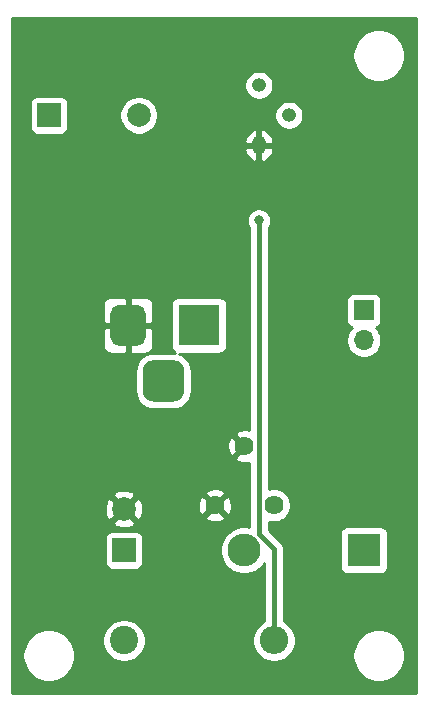
<source format=gbr>
%TF.GenerationSoftware,KiCad,Pcbnew,(5.1.9)-1*%
%TF.CreationDate,2021-02-15T18:03:07+09:00*%
%TF.ProjectId,test3_testProject,74657374-335f-4746-9573-7450726f6a65,rev?*%
%TF.SameCoordinates,Original*%
%TF.FileFunction,Copper,L1,Top*%
%TF.FilePolarity,Positive*%
%FSLAX46Y46*%
G04 Gerber Fmt 4.6, Leading zero omitted, Abs format (unit mm)*
G04 Created by KiCad (PCBNEW (5.1.9)-1) date 2021-02-15 18:03:07*
%MOMM*%
%LPD*%
G01*
G04 APERTURE LIST*
%TA.AperFunction,ComponentPad*%
%ADD10R,2.000000X2.000000*%
%TD*%
%TA.AperFunction,ComponentPad*%
%ADD11C,2.000000*%
%TD*%
%TA.AperFunction,ComponentPad*%
%ADD12R,2.800000X2.800000*%
%TD*%
%TA.AperFunction,ComponentPad*%
%ADD13O,2.800000X2.800000*%
%TD*%
%TA.AperFunction,ComponentPad*%
%ADD14R,3.500000X3.500000*%
%TD*%
%TA.AperFunction,ComponentPad*%
%ADD15O,1.200000X1.600000*%
%TD*%
%TA.AperFunction,ComponentPad*%
%ADD16O,1.200000X1.200000*%
%TD*%
%TA.AperFunction,ComponentPad*%
%ADD17C,2.400000*%
%TD*%
%TA.AperFunction,ComponentPad*%
%ADD18O,2.400000X2.400000*%
%TD*%
%TA.AperFunction,ComponentPad*%
%ADD19C,1.620000*%
%TD*%
%TA.AperFunction,ComponentPad*%
%ADD20R,1.700000X1.700000*%
%TD*%
%TA.AperFunction,ComponentPad*%
%ADD21O,1.700000X1.700000*%
%TD*%
%TA.AperFunction,ViaPad*%
%ADD22C,0.800000*%
%TD*%
%TA.AperFunction,Conductor*%
%ADD23C,0.400000*%
%TD*%
%TA.AperFunction,Conductor*%
%ADD24C,0.254000*%
%TD*%
%TA.AperFunction,Conductor*%
%ADD25C,0.100000*%
%TD*%
G04 APERTURE END LIST*
D10*
%TO.P,BZ1,1*%
%TO.N,Net-(BZ1-Pad1)*%
X127000000Y-41910000D03*
D11*
%TO.P,BZ1,2*%
%TO.N,Net-(BZ1-Pad2)*%
X134600000Y-41910000D03*
%TD*%
D10*
%TO.P,C1,1*%
%TO.N,Net-(C1-Pad1)*%
X133350000Y-78740000D03*
D11*
%TO.P,C1,2*%
%TO.N,Net-(C1-Pad2)*%
X133350000Y-75240000D03*
%TD*%
D12*
%TO.P,D1,1*%
%TO.N,Net-(D1-Pad1)*%
X153670000Y-78740000D03*
D13*
%TO.P,D1,2*%
%TO.N,Net-(C1-Pad1)*%
X143510000Y-78740000D03*
%TD*%
D14*
%TO.P,J1,1*%
%TO.N,Net-(BZ1-Pad1)*%
X139700000Y-59690000D03*
%TO.P,J1,2*%
%TO.N,Net-(C1-Pad2)*%
%TA.AperFunction,ComponentPad*%
G36*
G01*
X132200000Y-60690000D02*
X132200000Y-58690000D01*
G75*
G02*
X132950000Y-57940000I750000J0D01*
G01*
X134450000Y-57940000D01*
G75*
G02*
X135200000Y-58690000I0J-750000D01*
G01*
X135200000Y-60690000D01*
G75*
G02*
X134450000Y-61440000I-750000J0D01*
G01*
X132950000Y-61440000D01*
G75*
G02*
X132200000Y-60690000I0J750000D01*
G01*
G37*
%TD.AperFunction*%
%TO.P,J1,3*%
%TO.N,Net-(J1-Pad3)*%
%TA.AperFunction,ComponentPad*%
G36*
G01*
X134950000Y-65265000D02*
X134950000Y-63515000D01*
G75*
G02*
X135825000Y-62640000I875000J0D01*
G01*
X137575000Y-62640000D01*
G75*
G02*
X138450000Y-63515000I0J-875000D01*
G01*
X138450000Y-65265000D01*
G75*
G02*
X137575000Y-66140000I-875000J0D01*
G01*
X135825000Y-66140000D01*
G75*
G02*
X134950000Y-65265000I0J875000D01*
G01*
G37*
%TD.AperFunction*%
%TD*%
D15*
%TO.P,Q1,1*%
%TO.N,Net-(C1-Pad2)*%
X144780000Y-44450000D03*
D16*
%TO.P,Q1,2*%
%TO.N,Net-(Q1-Pad2)*%
X147320000Y-41910000D03*
%TO.P,Q1,3*%
%TO.N,Net-(BZ1-Pad2)*%
X144780000Y-39370000D03*
%TD*%
D17*
%TO.P,R1,1*%
%TO.N,Net-(C1-Pad1)*%
X133350000Y-86360000D03*
D18*
%TO.P,R1,2*%
%TO.N,Net-(Q1-Pad2)*%
X146050000Y-86360000D03*
%TD*%
D19*
%TO.P,RV1,3*%
%TO.N,Net-(C1-Pad2)*%
X141050000Y-74930000D03*
%TO.P,RV1,2*%
X143550000Y-69930000D03*
%TO.P,RV1,1*%
%TO.N,Net-(D1-Pad1)*%
X146050000Y-74930000D03*
%TD*%
D20*
%TO.P,TH1,1*%
%TO.N,Net-(BZ1-Pad1)*%
X153670000Y-58420000D03*
D21*
%TO.P,TH1,2*%
%TO.N,Net-(D1-Pad1)*%
X153670000Y-60960000D03*
%TD*%
D22*
%TO.N,Net-(Q1-Pad2)*%
X144780000Y-50800000D03*
%TD*%
D23*
%TO.N,Net-(C1-Pad2)*%
X133700000Y-59690000D02*
X133700000Y-54260000D01*
X143510000Y-44450000D02*
X133700000Y-54260000D01*
X144780000Y-44450000D02*
X143510000Y-44450000D01*
%TO.N,Net-(Q1-Pad2)*%
X146050000Y-78615998D02*
X146050000Y-86360000D01*
X144780000Y-77345998D02*
X146050000Y-78615998D01*
X144780000Y-50800000D02*
X144780000Y-77345998D01*
%TD*%
D24*
%TO.N,Net-(C1-Pad2)*%
X158090001Y-90780000D02*
X123850000Y-90780000D01*
X123850000Y-87409872D01*
X124765000Y-87409872D01*
X124765000Y-87850128D01*
X124850890Y-88281925D01*
X125019369Y-88688669D01*
X125263962Y-89054729D01*
X125575271Y-89366038D01*
X125941331Y-89610631D01*
X126348075Y-89779110D01*
X126779872Y-89865000D01*
X127220128Y-89865000D01*
X127651925Y-89779110D01*
X128058669Y-89610631D01*
X128424729Y-89366038D01*
X128736038Y-89054729D01*
X128980631Y-88688669D01*
X129149110Y-88281925D01*
X129235000Y-87850128D01*
X129235000Y-87409872D01*
X129149110Y-86978075D01*
X128980631Y-86571331D01*
X128736038Y-86205271D01*
X128710035Y-86179268D01*
X131515000Y-86179268D01*
X131515000Y-86540732D01*
X131585518Y-86895250D01*
X131723844Y-87229199D01*
X131924662Y-87529744D01*
X132180256Y-87785338D01*
X132480801Y-87986156D01*
X132814750Y-88124482D01*
X133169268Y-88195000D01*
X133530732Y-88195000D01*
X133885250Y-88124482D01*
X134219199Y-87986156D01*
X134519744Y-87785338D01*
X134775338Y-87529744D01*
X134976156Y-87229199D01*
X135114482Y-86895250D01*
X135185000Y-86540732D01*
X135185000Y-86179268D01*
X135114482Y-85824750D01*
X134976156Y-85490801D01*
X134775338Y-85190256D01*
X134519744Y-84934662D01*
X134219199Y-84733844D01*
X133885250Y-84595518D01*
X133530732Y-84525000D01*
X133169268Y-84525000D01*
X132814750Y-84595518D01*
X132480801Y-84733844D01*
X132180256Y-84934662D01*
X131924662Y-85190256D01*
X131723844Y-85490801D01*
X131585518Y-85824750D01*
X131515000Y-86179268D01*
X128710035Y-86179268D01*
X128424729Y-85893962D01*
X128058669Y-85649369D01*
X127651925Y-85480890D01*
X127220128Y-85395000D01*
X126779872Y-85395000D01*
X126348075Y-85480890D01*
X125941331Y-85649369D01*
X125575271Y-85893962D01*
X125263962Y-86205271D01*
X125019369Y-86571331D01*
X124850890Y-86978075D01*
X124765000Y-87409872D01*
X123850000Y-87409872D01*
X123850000Y-77740000D01*
X131711928Y-77740000D01*
X131711928Y-79740000D01*
X131724188Y-79864482D01*
X131760498Y-79984180D01*
X131819463Y-80094494D01*
X131898815Y-80191185D01*
X131995506Y-80270537D01*
X132105820Y-80329502D01*
X132225518Y-80365812D01*
X132350000Y-80378072D01*
X134350000Y-80378072D01*
X134474482Y-80365812D01*
X134594180Y-80329502D01*
X134704494Y-80270537D01*
X134801185Y-80191185D01*
X134880537Y-80094494D01*
X134939502Y-79984180D01*
X134975812Y-79864482D01*
X134988072Y-79740000D01*
X134988072Y-78539570D01*
X141475000Y-78539570D01*
X141475000Y-78940430D01*
X141553204Y-79333587D01*
X141706607Y-79703934D01*
X141929313Y-80037237D01*
X142212763Y-80320687D01*
X142546066Y-80543393D01*
X142916413Y-80696796D01*
X143309570Y-80775000D01*
X143710430Y-80775000D01*
X144103587Y-80696796D01*
X144473934Y-80543393D01*
X144807237Y-80320687D01*
X145090687Y-80037237D01*
X145215000Y-79851189D01*
X145215001Y-84719678D01*
X145180801Y-84733844D01*
X144880256Y-84934662D01*
X144624662Y-85190256D01*
X144423844Y-85490801D01*
X144285518Y-85824750D01*
X144215000Y-86179268D01*
X144215000Y-86540732D01*
X144285518Y-86895250D01*
X144423844Y-87229199D01*
X144624662Y-87529744D01*
X144880256Y-87785338D01*
X145180801Y-87986156D01*
X145514750Y-88124482D01*
X145869268Y-88195000D01*
X146230732Y-88195000D01*
X146585250Y-88124482D01*
X146919199Y-87986156D01*
X147219744Y-87785338D01*
X147475338Y-87529744D01*
X147555434Y-87409872D01*
X152705000Y-87409872D01*
X152705000Y-87850128D01*
X152790890Y-88281925D01*
X152959369Y-88688669D01*
X153203962Y-89054729D01*
X153515271Y-89366038D01*
X153881331Y-89610631D01*
X154288075Y-89779110D01*
X154719872Y-89865000D01*
X155160128Y-89865000D01*
X155591925Y-89779110D01*
X155998669Y-89610631D01*
X156364729Y-89366038D01*
X156676038Y-89054729D01*
X156920631Y-88688669D01*
X157089110Y-88281925D01*
X157175000Y-87850128D01*
X157175000Y-87409872D01*
X157089110Y-86978075D01*
X156920631Y-86571331D01*
X156676038Y-86205271D01*
X156364729Y-85893962D01*
X155998669Y-85649369D01*
X155591925Y-85480890D01*
X155160128Y-85395000D01*
X154719872Y-85395000D01*
X154288075Y-85480890D01*
X153881331Y-85649369D01*
X153515271Y-85893962D01*
X153203962Y-86205271D01*
X152959369Y-86571331D01*
X152790890Y-86978075D01*
X152705000Y-87409872D01*
X147555434Y-87409872D01*
X147676156Y-87229199D01*
X147814482Y-86895250D01*
X147885000Y-86540732D01*
X147885000Y-86179268D01*
X147814482Y-85824750D01*
X147676156Y-85490801D01*
X147475338Y-85190256D01*
X147219744Y-84934662D01*
X146919199Y-84733844D01*
X146885000Y-84719678D01*
X146885000Y-78657013D01*
X146889040Y-78615997D01*
X146885000Y-78574979D01*
X146872918Y-78452309D01*
X146825172Y-78294911D01*
X146747636Y-78149852D01*
X146643291Y-78022707D01*
X146611428Y-77996558D01*
X145954870Y-77340000D01*
X151631928Y-77340000D01*
X151631928Y-80140000D01*
X151644188Y-80264482D01*
X151680498Y-80384180D01*
X151739463Y-80494494D01*
X151818815Y-80591185D01*
X151915506Y-80670537D01*
X152025820Y-80729502D01*
X152145518Y-80765812D01*
X152270000Y-80778072D01*
X155070000Y-80778072D01*
X155194482Y-80765812D01*
X155314180Y-80729502D01*
X155424494Y-80670537D01*
X155521185Y-80591185D01*
X155600537Y-80494494D01*
X155659502Y-80384180D01*
X155695812Y-80264482D01*
X155708072Y-80140000D01*
X155708072Y-77340000D01*
X155695812Y-77215518D01*
X155659502Y-77095820D01*
X155600537Y-76985506D01*
X155521185Y-76888815D01*
X155424494Y-76809463D01*
X155314180Y-76750498D01*
X155194482Y-76714188D01*
X155070000Y-76701928D01*
X152270000Y-76701928D01*
X152145518Y-76714188D01*
X152025820Y-76750498D01*
X151915506Y-76809463D01*
X151818815Y-76888815D01*
X151739463Y-76985506D01*
X151680498Y-77095820D01*
X151644188Y-77215518D01*
X151631928Y-77340000D01*
X145954870Y-77340000D01*
X145615000Y-77000131D01*
X145615000Y-76313874D01*
X145628509Y-76319470D01*
X145907680Y-76375000D01*
X146192320Y-76375000D01*
X146471491Y-76319470D01*
X146734464Y-76210543D01*
X146971134Y-76052405D01*
X147172405Y-75851134D01*
X147330543Y-75614464D01*
X147439470Y-75351491D01*
X147495000Y-75072320D01*
X147495000Y-74787680D01*
X147439470Y-74508509D01*
X147330543Y-74245536D01*
X147172405Y-74008866D01*
X146971134Y-73807595D01*
X146734464Y-73649457D01*
X146471491Y-73540530D01*
X146192320Y-73485000D01*
X145907680Y-73485000D01*
X145628509Y-73540530D01*
X145615000Y-73546126D01*
X145615000Y-57570000D01*
X152181928Y-57570000D01*
X152181928Y-59270000D01*
X152194188Y-59394482D01*
X152230498Y-59514180D01*
X152289463Y-59624494D01*
X152368815Y-59721185D01*
X152465506Y-59800537D01*
X152575820Y-59859502D01*
X152648380Y-59881513D01*
X152516525Y-60013368D01*
X152354010Y-60256589D01*
X152242068Y-60526842D01*
X152185000Y-60813740D01*
X152185000Y-61106260D01*
X152242068Y-61393158D01*
X152354010Y-61663411D01*
X152516525Y-61906632D01*
X152723368Y-62113475D01*
X152966589Y-62275990D01*
X153236842Y-62387932D01*
X153523740Y-62445000D01*
X153816260Y-62445000D01*
X154103158Y-62387932D01*
X154373411Y-62275990D01*
X154616632Y-62113475D01*
X154823475Y-61906632D01*
X154985990Y-61663411D01*
X155097932Y-61393158D01*
X155155000Y-61106260D01*
X155155000Y-60813740D01*
X155097932Y-60526842D01*
X154985990Y-60256589D01*
X154823475Y-60013368D01*
X154691620Y-59881513D01*
X154764180Y-59859502D01*
X154874494Y-59800537D01*
X154971185Y-59721185D01*
X155050537Y-59624494D01*
X155109502Y-59514180D01*
X155145812Y-59394482D01*
X155158072Y-59270000D01*
X155158072Y-57570000D01*
X155145812Y-57445518D01*
X155109502Y-57325820D01*
X155050537Y-57215506D01*
X154971185Y-57118815D01*
X154874494Y-57039463D01*
X154764180Y-56980498D01*
X154644482Y-56944188D01*
X154520000Y-56931928D01*
X152820000Y-56931928D01*
X152695518Y-56944188D01*
X152575820Y-56980498D01*
X152465506Y-57039463D01*
X152368815Y-57118815D01*
X152289463Y-57215506D01*
X152230498Y-57325820D01*
X152194188Y-57445518D01*
X152181928Y-57570000D01*
X145615000Y-57570000D01*
X145615000Y-51413285D01*
X145697205Y-51290256D01*
X145775226Y-51101898D01*
X145815000Y-50901939D01*
X145815000Y-50698061D01*
X145775226Y-50498102D01*
X145697205Y-50309744D01*
X145583937Y-50140226D01*
X145439774Y-49996063D01*
X145270256Y-49882795D01*
X145081898Y-49804774D01*
X144881939Y-49765000D01*
X144678061Y-49765000D01*
X144478102Y-49804774D01*
X144289744Y-49882795D01*
X144120226Y-49996063D01*
X143976063Y-50140226D01*
X143862795Y-50309744D01*
X143784774Y-50498102D01*
X143745000Y-50698061D01*
X143745000Y-50901939D01*
X143784774Y-51101898D01*
X143862795Y-51290256D01*
X143945000Y-51413285D01*
X143945001Y-68539335D01*
X143764171Y-68493890D01*
X143479885Y-68479702D01*
X143198294Y-68521248D01*
X142930217Y-68616932D01*
X142802556Y-68685168D01*
X142729762Y-68930157D01*
X143550000Y-69750395D01*
X143564143Y-69736253D01*
X143743748Y-69915858D01*
X143729605Y-69930000D01*
X143743748Y-69944143D01*
X143564143Y-70123748D01*
X143550000Y-70109605D01*
X142729762Y-70929843D01*
X142802556Y-71174832D01*
X143059773Y-71296733D01*
X143335829Y-71366110D01*
X143620115Y-71380298D01*
X143901706Y-71338752D01*
X143945001Y-71323299D01*
X143945001Y-76751659D01*
X143710430Y-76705000D01*
X143309570Y-76705000D01*
X142916413Y-76783204D01*
X142546066Y-76936607D01*
X142212763Y-77159313D01*
X141929313Y-77442763D01*
X141706607Y-77776066D01*
X141553204Y-78146413D01*
X141475000Y-78539570D01*
X134988072Y-78539570D01*
X134988072Y-77740000D01*
X134975812Y-77615518D01*
X134939502Y-77495820D01*
X134880537Y-77385506D01*
X134801185Y-77288815D01*
X134704494Y-77209463D01*
X134594180Y-77150498D01*
X134474482Y-77114188D01*
X134350000Y-77101928D01*
X132350000Y-77101928D01*
X132225518Y-77114188D01*
X132105820Y-77150498D01*
X131995506Y-77209463D01*
X131898815Y-77288815D01*
X131819463Y-77385506D01*
X131760498Y-77495820D01*
X131724188Y-77615518D01*
X131711928Y-77740000D01*
X123850000Y-77740000D01*
X123850000Y-76375413D01*
X132394192Y-76375413D01*
X132489956Y-76639814D01*
X132779571Y-76780704D01*
X133091108Y-76862384D01*
X133412595Y-76881718D01*
X133731675Y-76837961D01*
X134036088Y-76732795D01*
X134210044Y-76639814D01*
X134305808Y-76375413D01*
X133350000Y-75419605D01*
X132394192Y-76375413D01*
X123850000Y-76375413D01*
X123850000Y-75302595D01*
X131708282Y-75302595D01*
X131752039Y-75621675D01*
X131857205Y-75926088D01*
X131950186Y-76100044D01*
X132214587Y-76195808D01*
X133170395Y-75240000D01*
X133529605Y-75240000D01*
X134485413Y-76195808D01*
X134749814Y-76100044D01*
X134832612Y-75929843D01*
X140229762Y-75929843D01*
X140302556Y-76174832D01*
X140559773Y-76296733D01*
X140835829Y-76366110D01*
X141120115Y-76380298D01*
X141401706Y-76338752D01*
X141669783Y-76243068D01*
X141797444Y-76174832D01*
X141870238Y-75929843D01*
X141050000Y-75109605D01*
X140229762Y-75929843D01*
X134832612Y-75929843D01*
X134890704Y-75810429D01*
X134972384Y-75498892D01*
X134991718Y-75177405D01*
X134967406Y-75000115D01*
X139599702Y-75000115D01*
X139641248Y-75281706D01*
X139736932Y-75549783D01*
X139805168Y-75677444D01*
X140050157Y-75750238D01*
X140870395Y-74930000D01*
X141229605Y-74930000D01*
X142049843Y-75750238D01*
X142294832Y-75677444D01*
X142416733Y-75420227D01*
X142486110Y-75144171D01*
X142500298Y-74859885D01*
X142458752Y-74578294D01*
X142363068Y-74310217D01*
X142294832Y-74182556D01*
X142049843Y-74109762D01*
X141229605Y-74930000D01*
X140870395Y-74930000D01*
X140050157Y-74109762D01*
X139805168Y-74182556D01*
X139683267Y-74439773D01*
X139613890Y-74715829D01*
X139599702Y-75000115D01*
X134967406Y-75000115D01*
X134947961Y-74858325D01*
X134842795Y-74553912D01*
X134749814Y-74379956D01*
X134485413Y-74284192D01*
X133529605Y-75240000D01*
X133170395Y-75240000D01*
X132214587Y-74284192D01*
X131950186Y-74379956D01*
X131809296Y-74669571D01*
X131727616Y-74981108D01*
X131708282Y-75302595D01*
X123850000Y-75302595D01*
X123850000Y-74104587D01*
X132394192Y-74104587D01*
X133350000Y-75060395D01*
X134305808Y-74104587D01*
X134242631Y-73930157D01*
X140229762Y-73930157D01*
X141050000Y-74750395D01*
X141870238Y-73930157D01*
X141797444Y-73685168D01*
X141540227Y-73563267D01*
X141264171Y-73493890D01*
X140979885Y-73479702D01*
X140698294Y-73521248D01*
X140430217Y-73616932D01*
X140302556Y-73685168D01*
X140229762Y-73930157D01*
X134242631Y-73930157D01*
X134210044Y-73840186D01*
X133920429Y-73699296D01*
X133608892Y-73617616D01*
X133287405Y-73598282D01*
X132968325Y-73642039D01*
X132663912Y-73747205D01*
X132489956Y-73840186D01*
X132394192Y-74104587D01*
X123850000Y-74104587D01*
X123850000Y-70000115D01*
X142099702Y-70000115D01*
X142141248Y-70281706D01*
X142236932Y-70549783D01*
X142305168Y-70677444D01*
X142550157Y-70750238D01*
X143370395Y-69930000D01*
X142550157Y-69109762D01*
X142305168Y-69182556D01*
X142183267Y-69439773D01*
X142113890Y-69715829D01*
X142099702Y-70000115D01*
X123850000Y-70000115D01*
X123850000Y-63515000D01*
X134311928Y-63515000D01*
X134311928Y-65265000D01*
X134341001Y-65560186D01*
X134427104Y-65844028D01*
X134566927Y-66105618D01*
X134755097Y-66334903D01*
X134984382Y-66523073D01*
X135245972Y-66662896D01*
X135529814Y-66748999D01*
X135825000Y-66778072D01*
X137575000Y-66778072D01*
X137870186Y-66748999D01*
X138154028Y-66662896D01*
X138415618Y-66523073D01*
X138644903Y-66334903D01*
X138833073Y-66105618D01*
X138972896Y-65844028D01*
X139058999Y-65560186D01*
X139088072Y-65265000D01*
X139088072Y-63515000D01*
X139058999Y-63219814D01*
X138972896Y-62935972D01*
X138833073Y-62674382D01*
X138644903Y-62445097D01*
X138415618Y-62256927D01*
X138154028Y-62117104D01*
X138025357Y-62078072D01*
X141450000Y-62078072D01*
X141574482Y-62065812D01*
X141694180Y-62029502D01*
X141804494Y-61970537D01*
X141901185Y-61891185D01*
X141980537Y-61794494D01*
X142039502Y-61684180D01*
X142075812Y-61564482D01*
X142088072Y-61440000D01*
X142088072Y-57940000D01*
X142075812Y-57815518D01*
X142039502Y-57695820D01*
X141980537Y-57585506D01*
X141901185Y-57488815D01*
X141804494Y-57409463D01*
X141694180Y-57350498D01*
X141574482Y-57314188D01*
X141450000Y-57301928D01*
X137950000Y-57301928D01*
X137825518Y-57314188D01*
X137705820Y-57350498D01*
X137595506Y-57409463D01*
X137498815Y-57488815D01*
X137419463Y-57585506D01*
X137360498Y-57695820D01*
X137324188Y-57815518D01*
X137311928Y-57940000D01*
X137311928Y-61440000D01*
X137324188Y-61564482D01*
X137360498Y-61684180D01*
X137419463Y-61794494D01*
X137498815Y-61891185D01*
X137595506Y-61970537D01*
X137672131Y-62011494D01*
X137575000Y-62001928D01*
X135825000Y-62001928D01*
X135529814Y-62031001D01*
X135245972Y-62117104D01*
X134984382Y-62256927D01*
X134755097Y-62445097D01*
X134566927Y-62674382D01*
X134427104Y-62935972D01*
X134341001Y-63219814D01*
X134311928Y-63515000D01*
X123850000Y-63515000D01*
X123850000Y-61440000D01*
X131561928Y-61440000D01*
X131574188Y-61564482D01*
X131610498Y-61684180D01*
X131669463Y-61794494D01*
X131748815Y-61891185D01*
X131845506Y-61970537D01*
X131955820Y-62029502D01*
X132075518Y-62065812D01*
X132200000Y-62078072D01*
X133414250Y-62075000D01*
X133573000Y-61916250D01*
X133573000Y-59817000D01*
X133827000Y-59817000D01*
X133827000Y-61916250D01*
X133985750Y-62075000D01*
X135200000Y-62078072D01*
X135324482Y-62065812D01*
X135444180Y-62029502D01*
X135554494Y-61970537D01*
X135651185Y-61891185D01*
X135730537Y-61794494D01*
X135789502Y-61684180D01*
X135825812Y-61564482D01*
X135838072Y-61440000D01*
X135835000Y-59975750D01*
X135676250Y-59817000D01*
X133827000Y-59817000D01*
X133573000Y-59817000D01*
X131723750Y-59817000D01*
X131565000Y-59975750D01*
X131561928Y-61440000D01*
X123850000Y-61440000D01*
X123850000Y-57940000D01*
X131561928Y-57940000D01*
X131565000Y-59404250D01*
X131723750Y-59563000D01*
X133573000Y-59563000D01*
X133573000Y-57463750D01*
X133827000Y-57463750D01*
X133827000Y-59563000D01*
X135676250Y-59563000D01*
X135835000Y-59404250D01*
X135838072Y-57940000D01*
X135825812Y-57815518D01*
X135789502Y-57695820D01*
X135730537Y-57585506D01*
X135651185Y-57488815D01*
X135554494Y-57409463D01*
X135444180Y-57350498D01*
X135324482Y-57314188D01*
X135200000Y-57301928D01*
X133985750Y-57305000D01*
X133827000Y-57463750D01*
X133573000Y-57463750D01*
X133414250Y-57305000D01*
X132200000Y-57301928D01*
X132075518Y-57314188D01*
X131955820Y-57350498D01*
X131845506Y-57409463D01*
X131748815Y-57488815D01*
X131669463Y-57585506D01*
X131610498Y-57695820D01*
X131574188Y-57815518D01*
X131561928Y-57940000D01*
X123850000Y-57940000D01*
X123850000Y-44771681D01*
X143545087Y-44771681D01*
X143592554Y-45010263D01*
X143685654Y-45235000D01*
X143820809Y-45437256D01*
X143992826Y-45609258D01*
X144195093Y-45744396D01*
X144419838Y-45837477D01*
X144462391Y-45843462D01*
X144653000Y-45718731D01*
X144653000Y-44577000D01*
X144907000Y-44577000D01*
X144907000Y-45718731D01*
X145097609Y-45843462D01*
X145140162Y-45837477D01*
X145364907Y-45744396D01*
X145567174Y-45609258D01*
X145739191Y-45437256D01*
X145874346Y-45235000D01*
X145967446Y-45010263D01*
X146014913Y-44771681D01*
X145859994Y-44577000D01*
X144907000Y-44577000D01*
X144653000Y-44577000D01*
X143700006Y-44577000D01*
X143545087Y-44771681D01*
X123850000Y-44771681D01*
X123850000Y-44128319D01*
X143545087Y-44128319D01*
X143700006Y-44323000D01*
X144653000Y-44323000D01*
X144653000Y-43181269D01*
X144907000Y-43181269D01*
X144907000Y-44323000D01*
X145859994Y-44323000D01*
X146014913Y-44128319D01*
X145967446Y-43889737D01*
X145874346Y-43665000D01*
X145739191Y-43462744D01*
X145567174Y-43290742D01*
X145364907Y-43155604D01*
X145140162Y-43062523D01*
X145097609Y-43056538D01*
X144907000Y-43181269D01*
X144653000Y-43181269D01*
X144462391Y-43056538D01*
X144419838Y-43062523D01*
X144195093Y-43155604D01*
X143992826Y-43290742D01*
X143820809Y-43462744D01*
X143685654Y-43665000D01*
X143592554Y-43889737D01*
X143545087Y-44128319D01*
X123850000Y-44128319D01*
X123850000Y-40910000D01*
X125361928Y-40910000D01*
X125361928Y-42910000D01*
X125374188Y-43034482D01*
X125410498Y-43154180D01*
X125469463Y-43264494D01*
X125548815Y-43361185D01*
X125645506Y-43440537D01*
X125755820Y-43499502D01*
X125875518Y-43535812D01*
X126000000Y-43548072D01*
X128000000Y-43548072D01*
X128124482Y-43535812D01*
X128244180Y-43499502D01*
X128354494Y-43440537D01*
X128451185Y-43361185D01*
X128530537Y-43264494D01*
X128589502Y-43154180D01*
X128625812Y-43034482D01*
X128638072Y-42910000D01*
X128638072Y-41748967D01*
X132965000Y-41748967D01*
X132965000Y-42071033D01*
X133027832Y-42386912D01*
X133151082Y-42684463D01*
X133330013Y-42952252D01*
X133557748Y-43179987D01*
X133825537Y-43358918D01*
X134123088Y-43482168D01*
X134438967Y-43545000D01*
X134761033Y-43545000D01*
X135076912Y-43482168D01*
X135374463Y-43358918D01*
X135642252Y-43179987D01*
X135869987Y-42952252D01*
X136048918Y-42684463D01*
X136172168Y-42386912D01*
X136235000Y-42071033D01*
X136235000Y-41788363D01*
X146085000Y-41788363D01*
X146085000Y-42031637D01*
X146132460Y-42270236D01*
X146225557Y-42494992D01*
X146360713Y-42697267D01*
X146532733Y-42869287D01*
X146735008Y-43004443D01*
X146959764Y-43097540D01*
X147198363Y-43145000D01*
X147441637Y-43145000D01*
X147680236Y-43097540D01*
X147904992Y-43004443D01*
X148107267Y-42869287D01*
X148279287Y-42697267D01*
X148414443Y-42494992D01*
X148507540Y-42270236D01*
X148555000Y-42031637D01*
X148555000Y-41788363D01*
X148507540Y-41549764D01*
X148414443Y-41325008D01*
X148279287Y-41122733D01*
X148107267Y-40950713D01*
X147904992Y-40815557D01*
X147680236Y-40722460D01*
X147441637Y-40675000D01*
X147198363Y-40675000D01*
X146959764Y-40722460D01*
X146735008Y-40815557D01*
X146532733Y-40950713D01*
X146360713Y-41122733D01*
X146225557Y-41325008D01*
X146132460Y-41549764D01*
X146085000Y-41788363D01*
X136235000Y-41788363D01*
X136235000Y-41748967D01*
X136172168Y-41433088D01*
X136048918Y-41135537D01*
X135869987Y-40867748D01*
X135642252Y-40640013D01*
X135374463Y-40461082D01*
X135076912Y-40337832D01*
X134761033Y-40275000D01*
X134438967Y-40275000D01*
X134123088Y-40337832D01*
X133825537Y-40461082D01*
X133557748Y-40640013D01*
X133330013Y-40867748D01*
X133151082Y-41135537D01*
X133027832Y-41433088D01*
X132965000Y-41748967D01*
X128638072Y-41748967D01*
X128638072Y-40910000D01*
X128625812Y-40785518D01*
X128589502Y-40665820D01*
X128530537Y-40555506D01*
X128451185Y-40458815D01*
X128354494Y-40379463D01*
X128244180Y-40320498D01*
X128124482Y-40284188D01*
X128000000Y-40271928D01*
X126000000Y-40271928D01*
X125875518Y-40284188D01*
X125755820Y-40320498D01*
X125645506Y-40379463D01*
X125548815Y-40458815D01*
X125469463Y-40555506D01*
X125410498Y-40665820D01*
X125374188Y-40785518D01*
X125361928Y-40910000D01*
X123850000Y-40910000D01*
X123850000Y-39248363D01*
X143545000Y-39248363D01*
X143545000Y-39491637D01*
X143592460Y-39730236D01*
X143685557Y-39954992D01*
X143820713Y-40157267D01*
X143992733Y-40329287D01*
X144195008Y-40464443D01*
X144419764Y-40557540D01*
X144658363Y-40605000D01*
X144901637Y-40605000D01*
X145140236Y-40557540D01*
X145364992Y-40464443D01*
X145567267Y-40329287D01*
X145739287Y-40157267D01*
X145874443Y-39954992D01*
X145967540Y-39730236D01*
X146015000Y-39491637D01*
X146015000Y-39248363D01*
X145967540Y-39009764D01*
X145874443Y-38785008D01*
X145739287Y-38582733D01*
X145567267Y-38410713D01*
X145364992Y-38275557D01*
X145140236Y-38182460D01*
X144901637Y-38135000D01*
X144658363Y-38135000D01*
X144419764Y-38182460D01*
X144195008Y-38275557D01*
X143992733Y-38410713D01*
X143820713Y-38582733D01*
X143685557Y-38785008D01*
X143592460Y-39009764D01*
X143545000Y-39248363D01*
X123850000Y-39248363D01*
X123850000Y-36609872D01*
X152705000Y-36609872D01*
X152705000Y-37050128D01*
X152790890Y-37481925D01*
X152959369Y-37888669D01*
X153203962Y-38254729D01*
X153515271Y-38566038D01*
X153881331Y-38810631D01*
X154288075Y-38979110D01*
X154719872Y-39065000D01*
X155160128Y-39065000D01*
X155591925Y-38979110D01*
X155998669Y-38810631D01*
X156364729Y-38566038D01*
X156676038Y-38254729D01*
X156920631Y-37888669D01*
X157089110Y-37481925D01*
X157175000Y-37050128D01*
X157175000Y-36609872D01*
X157089110Y-36178075D01*
X156920631Y-35771331D01*
X156676038Y-35405271D01*
X156364729Y-35093962D01*
X155998669Y-34849369D01*
X155591925Y-34680890D01*
X155160128Y-34595000D01*
X154719872Y-34595000D01*
X154288075Y-34680890D01*
X153881331Y-34849369D01*
X153515271Y-35093962D01*
X153203962Y-35405271D01*
X152959369Y-35771331D01*
X152790890Y-36178075D01*
X152705000Y-36609872D01*
X123850000Y-36609872D01*
X123850000Y-33680000D01*
X158090000Y-33680000D01*
X158090001Y-90780000D01*
%TA.AperFunction,Conductor*%
D25*
G36*
X158090001Y-90780000D02*
G01*
X123850000Y-90780000D01*
X123850000Y-87409872D01*
X124765000Y-87409872D01*
X124765000Y-87850128D01*
X124850890Y-88281925D01*
X125019369Y-88688669D01*
X125263962Y-89054729D01*
X125575271Y-89366038D01*
X125941331Y-89610631D01*
X126348075Y-89779110D01*
X126779872Y-89865000D01*
X127220128Y-89865000D01*
X127651925Y-89779110D01*
X128058669Y-89610631D01*
X128424729Y-89366038D01*
X128736038Y-89054729D01*
X128980631Y-88688669D01*
X129149110Y-88281925D01*
X129235000Y-87850128D01*
X129235000Y-87409872D01*
X129149110Y-86978075D01*
X128980631Y-86571331D01*
X128736038Y-86205271D01*
X128710035Y-86179268D01*
X131515000Y-86179268D01*
X131515000Y-86540732D01*
X131585518Y-86895250D01*
X131723844Y-87229199D01*
X131924662Y-87529744D01*
X132180256Y-87785338D01*
X132480801Y-87986156D01*
X132814750Y-88124482D01*
X133169268Y-88195000D01*
X133530732Y-88195000D01*
X133885250Y-88124482D01*
X134219199Y-87986156D01*
X134519744Y-87785338D01*
X134775338Y-87529744D01*
X134976156Y-87229199D01*
X135114482Y-86895250D01*
X135185000Y-86540732D01*
X135185000Y-86179268D01*
X135114482Y-85824750D01*
X134976156Y-85490801D01*
X134775338Y-85190256D01*
X134519744Y-84934662D01*
X134219199Y-84733844D01*
X133885250Y-84595518D01*
X133530732Y-84525000D01*
X133169268Y-84525000D01*
X132814750Y-84595518D01*
X132480801Y-84733844D01*
X132180256Y-84934662D01*
X131924662Y-85190256D01*
X131723844Y-85490801D01*
X131585518Y-85824750D01*
X131515000Y-86179268D01*
X128710035Y-86179268D01*
X128424729Y-85893962D01*
X128058669Y-85649369D01*
X127651925Y-85480890D01*
X127220128Y-85395000D01*
X126779872Y-85395000D01*
X126348075Y-85480890D01*
X125941331Y-85649369D01*
X125575271Y-85893962D01*
X125263962Y-86205271D01*
X125019369Y-86571331D01*
X124850890Y-86978075D01*
X124765000Y-87409872D01*
X123850000Y-87409872D01*
X123850000Y-77740000D01*
X131711928Y-77740000D01*
X131711928Y-79740000D01*
X131724188Y-79864482D01*
X131760498Y-79984180D01*
X131819463Y-80094494D01*
X131898815Y-80191185D01*
X131995506Y-80270537D01*
X132105820Y-80329502D01*
X132225518Y-80365812D01*
X132350000Y-80378072D01*
X134350000Y-80378072D01*
X134474482Y-80365812D01*
X134594180Y-80329502D01*
X134704494Y-80270537D01*
X134801185Y-80191185D01*
X134880537Y-80094494D01*
X134939502Y-79984180D01*
X134975812Y-79864482D01*
X134988072Y-79740000D01*
X134988072Y-78539570D01*
X141475000Y-78539570D01*
X141475000Y-78940430D01*
X141553204Y-79333587D01*
X141706607Y-79703934D01*
X141929313Y-80037237D01*
X142212763Y-80320687D01*
X142546066Y-80543393D01*
X142916413Y-80696796D01*
X143309570Y-80775000D01*
X143710430Y-80775000D01*
X144103587Y-80696796D01*
X144473934Y-80543393D01*
X144807237Y-80320687D01*
X145090687Y-80037237D01*
X145215000Y-79851189D01*
X145215001Y-84719678D01*
X145180801Y-84733844D01*
X144880256Y-84934662D01*
X144624662Y-85190256D01*
X144423844Y-85490801D01*
X144285518Y-85824750D01*
X144215000Y-86179268D01*
X144215000Y-86540732D01*
X144285518Y-86895250D01*
X144423844Y-87229199D01*
X144624662Y-87529744D01*
X144880256Y-87785338D01*
X145180801Y-87986156D01*
X145514750Y-88124482D01*
X145869268Y-88195000D01*
X146230732Y-88195000D01*
X146585250Y-88124482D01*
X146919199Y-87986156D01*
X147219744Y-87785338D01*
X147475338Y-87529744D01*
X147555434Y-87409872D01*
X152705000Y-87409872D01*
X152705000Y-87850128D01*
X152790890Y-88281925D01*
X152959369Y-88688669D01*
X153203962Y-89054729D01*
X153515271Y-89366038D01*
X153881331Y-89610631D01*
X154288075Y-89779110D01*
X154719872Y-89865000D01*
X155160128Y-89865000D01*
X155591925Y-89779110D01*
X155998669Y-89610631D01*
X156364729Y-89366038D01*
X156676038Y-89054729D01*
X156920631Y-88688669D01*
X157089110Y-88281925D01*
X157175000Y-87850128D01*
X157175000Y-87409872D01*
X157089110Y-86978075D01*
X156920631Y-86571331D01*
X156676038Y-86205271D01*
X156364729Y-85893962D01*
X155998669Y-85649369D01*
X155591925Y-85480890D01*
X155160128Y-85395000D01*
X154719872Y-85395000D01*
X154288075Y-85480890D01*
X153881331Y-85649369D01*
X153515271Y-85893962D01*
X153203962Y-86205271D01*
X152959369Y-86571331D01*
X152790890Y-86978075D01*
X152705000Y-87409872D01*
X147555434Y-87409872D01*
X147676156Y-87229199D01*
X147814482Y-86895250D01*
X147885000Y-86540732D01*
X147885000Y-86179268D01*
X147814482Y-85824750D01*
X147676156Y-85490801D01*
X147475338Y-85190256D01*
X147219744Y-84934662D01*
X146919199Y-84733844D01*
X146885000Y-84719678D01*
X146885000Y-78657013D01*
X146889040Y-78615997D01*
X146885000Y-78574979D01*
X146872918Y-78452309D01*
X146825172Y-78294911D01*
X146747636Y-78149852D01*
X146643291Y-78022707D01*
X146611428Y-77996558D01*
X145954870Y-77340000D01*
X151631928Y-77340000D01*
X151631928Y-80140000D01*
X151644188Y-80264482D01*
X151680498Y-80384180D01*
X151739463Y-80494494D01*
X151818815Y-80591185D01*
X151915506Y-80670537D01*
X152025820Y-80729502D01*
X152145518Y-80765812D01*
X152270000Y-80778072D01*
X155070000Y-80778072D01*
X155194482Y-80765812D01*
X155314180Y-80729502D01*
X155424494Y-80670537D01*
X155521185Y-80591185D01*
X155600537Y-80494494D01*
X155659502Y-80384180D01*
X155695812Y-80264482D01*
X155708072Y-80140000D01*
X155708072Y-77340000D01*
X155695812Y-77215518D01*
X155659502Y-77095820D01*
X155600537Y-76985506D01*
X155521185Y-76888815D01*
X155424494Y-76809463D01*
X155314180Y-76750498D01*
X155194482Y-76714188D01*
X155070000Y-76701928D01*
X152270000Y-76701928D01*
X152145518Y-76714188D01*
X152025820Y-76750498D01*
X151915506Y-76809463D01*
X151818815Y-76888815D01*
X151739463Y-76985506D01*
X151680498Y-77095820D01*
X151644188Y-77215518D01*
X151631928Y-77340000D01*
X145954870Y-77340000D01*
X145615000Y-77000131D01*
X145615000Y-76313874D01*
X145628509Y-76319470D01*
X145907680Y-76375000D01*
X146192320Y-76375000D01*
X146471491Y-76319470D01*
X146734464Y-76210543D01*
X146971134Y-76052405D01*
X147172405Y-75851134D01*
X147330543Y-75614464D01*
X147439470Y-75351491D01*
X147495000Y-75072320D01*
X147495000Y-74787680D01*
X147439470Y-74508509D01*
X147330543Y-74245536D01*
X147172405Y-74008866D01*
X146971134Y-73807595D01*
X146734464Y-73649457D01*
X146471491Y-73540530D01*
X146192320Y-73485000D01*
X145907680Y-73485000D01*
X145628509Y-73540530D01*
X145615000Y-73546126D01*
X145615000Y-57570000D01*
X152181928Y-57570000D01*
X152181928Y-59270000D01*
X152194188Y-59394482D01*
X152230498Y-59514180D01*
X152289463Y-59624494D01*
X152368815Y-59721185D01*
X152465506Y-59800537D01*
X152575820Y-59859502D01*
X152648380Y-59881513D01*
X152516525Y-60013368D01*
X152354010Y-60256589D01*
X152242068Y-60526842D01*
X152185000Y-60813740D01*
X152185000Y-61106260D01*
X152242068Y-61393158D01*
X152354010Y-61663411D01*
X152516525Y-61906632D01*
X152723368Y-62113475D01*
X152966589Y-62275990D01*
X153236842Y-62387932D01*
X153523740Y-62445000D01*
X153816260Y-62445000D01*
X154103158Y-62387932D01*
X154373411Y-62275990D01*
X154616632Y-62113475D01*
X154823475Y-61906632D01*
X154985990Y-61663411D01*
X155097932Y-61393158D01*
X155155000Y-61106260D01*
X155155000Y-60813740D01*
X155097932Y-60526842D01*
X154985990Y-60256589D01*
X154823475Y-60013368D01*
X154691620Y-59881513D01*
X154764180Y-59859502D01*
X154874494Y-59800537D01*
X154971185Y-59721185D01*
X155050537Y-59624494D01*
X155109502Y-59514180D01*
X155145812Y-59394482D01*
X155158072Y-59270000D01*
X155158072Y-57570000D01*
X155145812Y-57445518D01*
X155109502Y-57325820D01*
X155050537Y-57215506D01*
X154971185Y-57118815D01*
X154874494Y-57039463D01*
X154764180Y-56980498D01*
X154644482Y-56944188D01*
X154520000Y-56931928D01*
X152820000Y-56931928D01*
X152695518Y-56944188D01*
X152575820Y-56980498D01*
X152465506Y-57039463D01*
X152368815Y-57118815D01*
X152289463Y-57215506D01*
X152230498Y-57325820D01*
X152194188Y-57445518D01*
X152181928Y-57570000D01*
X145615000Y-57570000D01*
X145615000Y-51413285D01*
X145697205Y-51290256D01*
X145775226Y-51101898D01*
X145815000Y-50901939D01*
X145815000Y-50698061D01*
X145775226Y-50498102D01*
X145697205Y-50309744D01*
X145583937Y-50140226D01*
X145439774Y-49996063D01*
X145270256Y-49882795D01*
X145081898Y-49804774D01*
X144881939Y-49765000D01*
X144678061Y-49765000D01*
X144478102Y-49804774D01*
X144289744Y-49882795D01*
X144120226Y-49996063D01*
X143976063Y-50140226D01*
X143862795Y-50309744D01*
X143784774Y-50498102D01*
X143745000Y-50698061D01*
X143745000Y-50901939D01*
X143784774Y-51101898D01*
X143862795Y-51290256D01*
X143945000Y-51413285D01*
X143945001Y-68539335D01*
X143764171Y-68493890D01*
X143479885Y-68479702D01*
X143198294Y-68521248D01*
X142930217Y-68616932D01*
X142802556Y-68685168D01*
X142729762Y-68930157D01*
X143550000Y-69750395D01*
X143564143Y-69736253D01*
X143743748Y-69915858D01*
X143729605Y-69930000D01*
X143743748Y-69944143D01*
X143564143Y-70123748D01*
X143550000Y-70109605D01*
X142729762Y-70929843D01*
X142802556Y-71174832D01*
X143059773Y-71296733D01*
X143335829Y-71366110D01*
X143620115Y-71380298D01*
X143901706Y-71338752D01*
X143945001Y-71323299D01*
X143945001Y-76751659D01*
X143710430Y-76705000D01*
X143309570Y-76705000D01*
X142916413Y-76783204D01*
X142546066Y-76936607D01*
X142212763Y-77159313D01*
X141929313Y-77442763D01*
X141706607Y-77776066D01*
X141553204Y-78146413D01*
X141475000Y-78539570D01*
X134988072Y-78539570D01*
X134988072Y-77740000D01*
X134975812Y-77615518D01*
X134939502Y-77495820D01*
X134880537Y-77385506D01*
X134801185Y-77288815D01*
X134704494Y-77209463D01*
X134594180Y-77150498D01*
X134474482Y-77114188D01*
X134350000Y-77101928D01*
X132350000Y-77101928D01*
X132225518Y-77114188D01*
X132105820Y-77150498D01*
X131995506Y-77209463D01*
X131898815Y-77288815D01*
X131819463Y-77385506D01*
X131760498Y-77495820D01*
X131724188Y-77615518D01*
X131711928Y-77740000D01*
X123850000Y-77740000D01*
X123850000Y-76375413D01*
X132394192Y-76375413D01*
X132489956Y-76639814D01*
X132779571Y-76780704D01*
X133091108Y-76862384D01*
X133412595Y-76881718D01*
X133731675Y-76837961D01*
X134036088Y-76732795D01*
X134210044Y-76639814D01*
X134305808Y-76375413D01*
X133350000Y-75419605D01*
X132394192Y-76375413D01*
X123850000Y-76375413D01*
X123850000Y-75302595D01*
X131708282Y-75302595D01*
X131752039Y-75621675D01*
X131857205Y-75926088D01*
X131950186Y-76100044D01*
X132214587Y-76195808D01*
X133170395Y-75240000D01*
X133529605Y-75240000D01*
X134485413Y-76195808D01*
X134749814Y-76100044D01*
X134832612Y-75929843D01*
X140229762Y-75929843D01*
X140302556Y-76174832D01*
X140559773Y-76296733D01*
X140835829Y-76366110D01*
X141120115Y-76380298D01*
X141401706Y-76338752D01*
X141669783Y-76243068D01*
X141797444Y-76174832D01*
X141870238Y-75929843D01*
X141050000Y-75109605D01*
X140229762Y-75929843D01*
X134832612Y-75929843D01*
X134890704Y-75810429D01*
X134972384Y-75498892D01*
X134991718Y-75177405D01*
X134967406Y-75000115D01*
X139599702Y-75000115D01*
X139641248Y-75281706D01*
X139736932Y-75549783D01*
X139805168Y-75677444D01*
X140050157Y-75750238D01*
X140870395Y-74930000D01*
X141229605Y-74930000D01*
X142049843Y-75750238D01*
X142294832Y-75677444D01*
X142416733Y-75420227D01*
X142486110Y-75144171D01*
X142500298Y-74859885D01*
X142458752Y-74578294D01*
X142363068Y-74310217D01*
X142294832Y-74182556D01*
X142049843Y-74109762D01*
X141229605Y-74930000D01*
X140870395Y-74930000D01*
X140050157Y-74109762D01*
X139805168Y-74182556D01*
X139683267Y-74439773D01*
X139613890Y-74715829D01*
X139599702Y-75000115D01*
X134967406Y-75000115D01*
X134947961Y-74858325D01*
X134842795Y-74553912D01*
X134749814Y-74379956D01*
X134485413Y-74284192D01*
X133529605Y-75240000D01*
X133170395Y-75240000D01*
X132214587Y-74284192D01*
X131950186Y-74379956D01*
X131809296Y-74669571D01*
X131727616Y-74981108D01*
X131708282Y-75302595D01*
X123850000Y-75302595D01*
X123850000Y-74104587D01*
X132394192Y-74104587D01*
X133350000Y-75060395D01*
X134305808Y-74104587D01*
X134242631Y-73930157D01*
X140229762Y-73930157D01*
X141050000Y-74750395D01*
X141870238Y-73930157D01*
X141797444Y-73685168D01*
X141540227Y-73563267D01*
X141264171Y-73493890D01*
X140979885Y-73479702D01*
X140698294Y-73521248D01*
X140430217Y-73616932D01*
X140302556Y-73685168D01*
X140229762Y-73930157D01*
X134242631Y-73930157D01*
X134210044Y-73840186D01*
X133920429Y-73699296D01*
X133608892Y-73617616D01*
X133287405Y-73598282D01*
X132968325Y-73642039D01*
X132663912Y-73747205D01*
X132489956Y-73840186D01*
X132394192Y-74104587D01*
X123850000Y-74104587D01*
X123850000Y-70000115D01*
X142099702Y-70000115D01*
X142141248Y-70281706D01*
X142236932Y-70549783D01*
X142305168Y-70677444D01*
X142550157Y-70750238D01*
X143370395Y-69930000D01*
X142550157Y-69109762D01*
X142305168Y-69182556D01*
X142183267Y-69439773D01*
X142113890Y-69715829D01*
X142099702Y-70000115D01*
X123850000Y-70000115D01*
X123850000Y-63515000D01*
X134311928Y-63515000D01*
X134311928Y-65265000D01*
X134341001Y-65560186D01*
X134427104Y-65844028D01*
X134566927Y-66105618D01*
X134755097Y-66334903D01*
X134984382Y-66523073D01*
X135245972Y-66662896D01*
X135529814Y-66748999D01*
X135825000Y-66778072D01*
X137575000Y-66778072D01*
X137870186Y-66748999D01*
X138154028Y-66662896D01*
X138415618Y-66523073D01*
X138644903Y-66334903D01*
X138833073Y-66105618D01*
X138972896Y-65844028D01*
X139058999Y-65560186D01*
X139088072Y-65265000D01*
X139088072Y-63515000D01*
X139058999Y-63219814D01*
X138972896Y-62935972D01*
X138833073Y-62674382D01*
X138644903Y-62445097D01*
X138415618Y-62256927D01*
X138154028Y-62117104D01*
X138025357Y-62078072D01*
X141450000Y-62078072D01*
X141574482Y-62065812D01*
X141694180Y-62029502D01*
X141804494Y-61970537D01*
X141901185Y-61891185D01*
X141980537Y-61794494D01*
X142039502Y-61684180D01*
X142075812Y-61564482D01*
X142088072Y-61440000D01*
X142088072Y-57940000D01*
X142075812Y-57815518D01*
X142039502Y-57695820D01*
X141980537Y-57585506D01*
X141901185Y-57488815D01*
X141804494Y-57409463D01*
X141694180Y-57350498D01*
X141574482Y-57314188D01*
X141450000Y-57301928D01*
X137950000Y-57301928D01*
X137825518Y-57314188D01*
X137705820Y-57350498D01*
X137595506Y-57409463D01*
X137498815Y-57488815D01*
X137419463Y-57585506D01*
X137360498Y-57695820D01*
X137324188Y-57815518D01*
X137311928Y-57940000D01*
X137311928Y-61440000D01*
X137324188Y-61564482D01*
X137360498Y-61684180D01*
X137419463Y-61794494D01*
X137498815Y-61891185D01*
X137595506Y-61970537D01*
X137672131Y-62011494D01*
X137575000Y-62001928D01*
X135825000Y-62001928D01*
X135529814Y-62031001D01*
X135245972Y-62117104D01*
X134984382Y-62256927D01*
X134755097Y-62445097D01*
X134566927Y-62674382D01*
X134427104Y-62935972D01*
X134341001Y-63219814D01*
X134311928Y-63515000D01*
X123850000Y-63515000D01*
X123850000Y-61440000D01*
X131561928Y-61440000D01*
X131574188Y-61564482D01*
X131610498Y-61684180D01*
X131669463Y-61794494D01*
X131748815Y-61891185D01*
X131845506Y-61970537D01*
X131955820Y-62029502D01*
X132075518Y-62065812D01*
X132200000Y-62078072D01*
X133414250Y-62075000D01*
X133573000Y-61916250D01*
X133573000Y-59817000D01*
X133827000Y-59817000D01*
X133827000Y-61916250D01*
X133985750Y-62075000D01*
X135200000Y-62078072D01*
X135324482Y-62065812D01*
X135444180Y-62029502D01*
X135554494Y-61970537D01*
X135651185Y-61891185D01*
X135730537Y-61794494D01*
X135789502Y-61684180D01*
X135825812Y-61564482D01*
X135838072Y-61440000D01*
X135835000Y-59975750D01*
X135676250Y-59817000D01*
X133827000Y-59817000D01*
X133573000Y-59817000D01*
X131723750Y-59817000D01*
X131565000Y-59975750D01*
X131561928Y-61440000D01*
X123850000Y-61440000D01*
X123850000Y-57940000D01*
X131561928Y-57940000D01*
X131565000Y-59404250D01*
X131723750Y-59563000D01*
X133573000Y-59563000D01*
X133573000Y-57463750D01*
X133827000Y-57463750D01*
X133827000Y-59563000D01*
X135676250Y-59563000D01*
X135835000Y-59404250D01*
X135838072Y-57940000D01*
X135825812Y-57815518D01*
X135789502Y-57695820D01*
X135730537Y-57585506D01*
X135651185Y-57488815D01*
X135554494Y-57409463D01*
X135444180Y-57350498D01*
X135324482Y-57314188D01*
X135200000Y-57301928D01*
X133985750Y-57305000D01*
X133827000Y-57463750D01*
X133573000Y-57463750D01*
X133414250Y-57305000D01*
X132200000Y-57301928D01*
X132075518Y-57314188D01*
X131955820Y-57350498D01*
X131845506Y-57409463D01*
X131748815Y-57488815D01*
X131669463Y-57585506D01*
X131610498Y-57695820D01*
X131574188Y-57815518D01*
X131561928Y-57940000D01*
X123850000Y-57940000D01*
X123850000Y-44771681D01*
X143545087Y-44771681D01*
X143592554Y-45010263D01*
X143685654Y-45235000D01*
X143820809Y-45437256D01*
X143992826Y-45609258D01*
X144195093Y-45744396D01*
X144419838Y-45837477D01*
X144462391Y-45843462D01*
X144653000Y-45718731D01*
X144653000Y-44577000D01*
X144907000Y-44577000D01*
X144907000Y-45718731D01*
X145097609Y-45843462D01*
X145140162Y-45837477D01*
X145364907Y-45744396D01*
X145567174Y-45609258D01*
X145739191Y-45437256D01*
X145874346Y-45235000D01*
X145967446Y-45010263D01*
X146014913Y-44771681D01*
X145859994Y-44577000D01*
X144907000Y-44577000D01*
X144653000Y-44577000D01*
X143700006Y-44577000D01*
X143545087Y-44771681D01*
X123850000Y-44771681D01*
X123850000Y-44128319D01*
X143545087Y-44128319D01*
X143700006Y-44323000D01*
X144653000Y-44323000D01*
X144653000Y-43181269D01*
X144907000Y-43181269D01*
X144907000Y-44323000D01*
X145859994Y-44323000D01*
X146014913Y-44128319D01*
X145967446Y-43889737D01*
X145874346Y-43665000D01*
X145739191Y-43462744D01*
X145567174Y-43290742D01*
X145364907Y-43155604D01*
X145140162Y-43062523D01*
X145097609Y-43056538D01*
X144907000Y-43181269D01*
X144653000Y-43181269D01*
X144462391Y-43056538D01*
X144419838Y-43062523D01*
X144195093Y-43155604D01*
X143992826Y-43290742D01*
X143820809Y-43462744D01*
X143685654Y-43665000D01*
X143592554Y-43889737D01*
X143545087Y-44128319D01*
X123850000Y-44128319D01*
X123850000Y-40910000D01*
X125361928Y-40910000D01*
X125361928Y-42910000D01*
X125374188Y-43034482D01*
X125410498Y-43154180D01*
X125469463Y-43264494D01*
X125548815Y-43361185D01*
X125645506Y-43440537D01*
X125755820Y-43499502D01*
X125875518Y-43535812D01*
X126000000Y-43548072D01*
X128000000Y-43548072D01*
X128124482Y-43535812D01*
X128244180Y-43499502D01*
X128354494Y-43440537D01*
X128451185Y-43361185D01*
X128530537Y-43264494D01*
X128589502Y-43154180D01*
X128625812Y-43034482D01*
X128638072Y-42910000D01*
X128638072Y-41748967D01*
X132965000Y-41748967D01*
X132965000Y-42071033D01*
X133027832Y-42386912D01*
X133151082Y-42684463D01*
X133330013Y-42952252D01*
X133557748Y-43179987D01*
X133825537Y-43358918D01*
X134123088Y-43482168D01*
X134438967Y-43545000D01*
X134761033Y-43545000D01*
X135076912Y-43482168D01*
X135374463Y-43358918D01*
X135642252Y-43179987D01*
X135869987Y-42952252D01*
X136048918Y-42684463D01*
X136172168Y-42386912D01*
X136235000Y-42071033D01*
X136235000Y-41788363D01*
X146085000Y-41788363D01*
X146085000Y-42031637D01*
X146132460Y-42270236D01*
X146225557Y-42494992D01*
X146360713Y-42697267D01*
X146532733Y-42869287D01*
X146735008Y-43004443D01*
X146959764Y-43097540D01*
X147198363Y-43145000D01*
X147441637Y-43145000D01*
X147680236Y-43097540D01*
X147904992Y-43004443D01*
X148107267Y-42869287D01*
X148279287Y-42697267D01*
X148414443Y-42494992D01*
X148507540Y-42270236D01*
X148555000Y-42031637D01*
X148555000Y-41788363D01*
X148507540Y-41549764D01*
X148414443Y-41325008D01*
X148279287Y-41122733D01*
X148107267Y-40950713D01*
X147904992Y-40815557D01*
X147680236Y-40722460D01*
X147441637Y-40675000D01*
X147198363Y-40675000D01*
X146959764Y-40722460D01*
X146735008Y-40815557D01*
X146532733Y-40950713D01*
X146360713Y-41122733D01*
X146225557Y-41325008D01*
X146132460Y-41549764D01*
X146085000Y-41788363D01*
X136235000Y-41788363D01*
X136235000Y-41748967D01*
X136172168Y-41433088D01*
X136048918Y-41135537D01*
X135869987Y-40867748D01*
X135642252Y-40640013D01*
X135374463Y-40461082D01*
X135076912Y-40337832D01*
X134761033Y-40275000D01*
X134438967Y-40275000D01*
X134123088Y-40337832D01*
X133825537Y-40461082D01*
X133557748Y-40640013D01*
X133330013Y-40867748D01*
X133151082Y-41135537D01*
X133027832Y-41433088D01*
X132965000Y-41748967D01*
X128638072Y-41748967D01*
X128638072Y-40910000D01*
X128625812Y-40785518D01*
X128589502Y-40665820D01*
X128530537Y-40555506D01*
X128451185Y-40458815D01*
X128354494Y-40379463D01*
X128244180Y-40320498D01*
X128124482Y-40284188D01*
X128000000Y-40271928D01*
X126000000Y-40271928D01*
X125875518Y-40284188D01*
X125755820Y-40320498D01*
X125645506Y-40379463D01*
X125548815Y-40458815D01*
X125469463Y-40555506D01*
X125410498Y-40665820D01*
X125374188Y-40785518D01*
X125361928Y-40910000D01*
X123850000Y-40910000D01*
X123850000Y-39248363D01*
X143545000Y-39248363D01*
X143545000Y-39491637D01*
X143592460Y-39730236D01*
X143685557Y-39954992D01*
X143820713Y-40157267D01*
X143992733Y-40329287D01*
X144195008Y-40464443D01*
X144419764Y-40557540D01*
X144658363Y-40605000D01*
X144901637Y-40605000D01*
X145140236Y-40557540D01*
X145364992Y-40464443D01*
X145567267Y-40329287D01*
X145739287Y-40157267D01*
X145874443Y-39954992D01*
X145967540Y-39730236D01*
X146015000Y-39491637D01*
X146015000Y-39248363D01*
X145967540Y-39009764D01*
X145874443Y-38785008D01*
X145739287Y-38582733D01*
X145567267Y-38410713D01*
X145364992Y-38275557D01*
X145140236Y-38182460D01*
X144901637Y-38135000D01*
X144658363Y-38135000D01*
X144419764Y-38182460D01*
X144195008Y-38275557D01*
X143992733Y-38410713D01*
X143820713Y-38582733D01*
X143685557Y-38785008D01*
X143592460Y-39009764D01*
X143545000Y-39248363D01*
X123850000Y-39248363D01*
X123850000Y-36609872D01*
X152705000Y-36609872D01*
X152705000Y-37050128D01*
X152790890Y-37481925D01*
X152959369Y-37888669D01*
X153203962Y-38254729D01*
X153515271Y-38566038D01*
X153881331Y-38810631D01*
X154288075Y-38979110D01*
X154719872Y-39065000D01*
X155160128Y-39065000D01*
X155591925Y-38979110D01*
X155998669Y-38810631D01*
X156364729Y-38566038D01*
X156676038Y-38254729D01*
X156920631Y-37888669D01*
X157089110Y-37481925D01*
X157175000Y-37050128D01*
X157175000Y-36609872D01*
X157089110Y-36178075D01*
X156920631Y-35771331D01*
X156676038Y-35405271D01*
X156364729Y-35093962D01*
X155998669Y-34849369D01*
X155591925Y-34680890D01*
X155160128Y-34595000D01*
X154719872Y-34595000D01*
X154288075Y-34680890D01*
X153881331Y-34849369D01*
X153515271Y-35093962D01*
X153203962Y-35405271D01*
X152959369Y-35771331D01*
X152790890Y-36178075D01*
X152705000Y-36609872D01*
X123850000Y-36609872D01*
X123850000Y-33680000D01*
X158090000Y-33680000D01*
X158090001Y-90780000D01*
G37*
%TD.AperFunction*%
%TD*%
M02*

</source>
